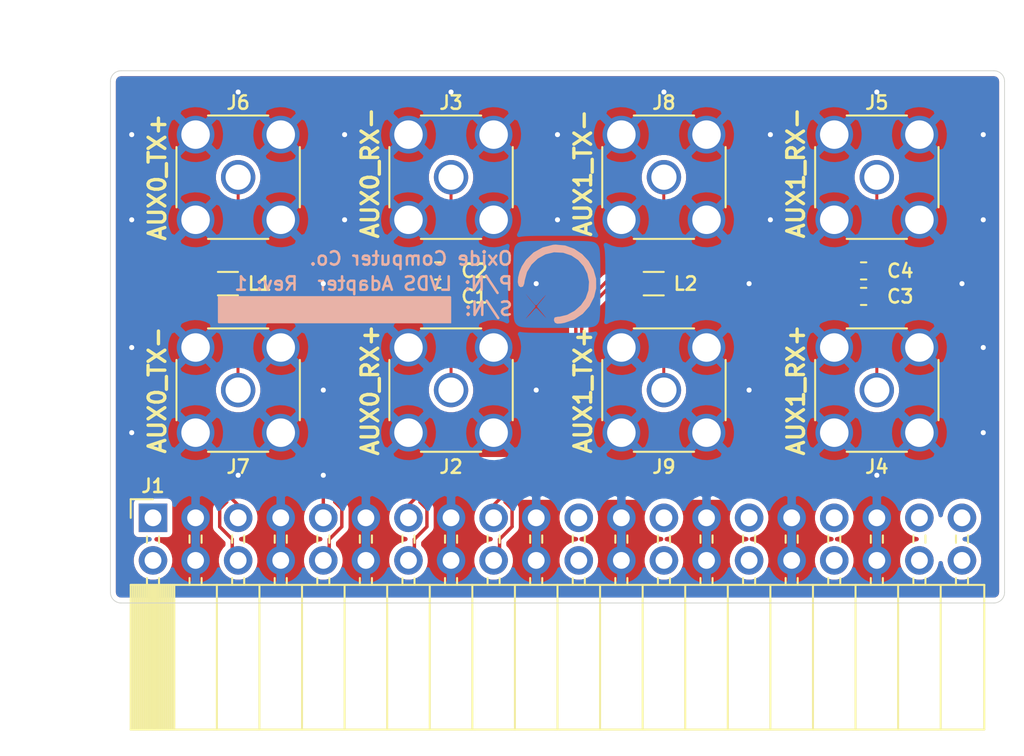
<source format=kicad_pcb>
(kicad_pcb (version 20171130) (host pcbnew "(5.1.10-1-10_14)")
  (title_block (title "LVDS SMA Adapter") (date 2021-07-12) (rev 1) (company "Oxide Computer Co."))
  (layers (0 F.Cu signal) (1 In1.Cu power) (2 In2.Cu power) (31 B.Cu power) (34 B.Paste user) (35 F.Paste user) (36 B.SilkS user) (37 F.SilkS user) (38 B.Mask user) (39 F.Mask user) (44 Edge.Cuts user))
  (net 0 "")
  (net 1 /AUX0_RX_P)
  (net 2 "Net-(C1-Pad1)")
  (net 3 /AUX0_RX_N)
  (net 4 "Net-(C2-Pad1)")
  (net 5 /AUX1_RX_P)
  (net 6 "Net-(C3-Pad1)")
  (net 7 /AUX1_RX_N)
  (net 8 "Net-(C4-Pad1)")
  (net 9 "Net-(J1-Pad40)")
  (net 10 "Net-(J1-Pad39)")
  (net 11 "Net-(J1-Pad38)")
  (net 12 "Net-(J1-Pad37)")
  (net 13 GND)
  (net 14 "Net-(J1-Pad34)")
  (net 15 "Net-(J1-Pad33)")
  (net 16 "Net-(J1-Pad30)")
  (net 17 "Net-(J1-Pad29)")
  (net 18 "Net-(J1-Pad26)")
  (net 19 "Net-(J1-Pad25)")
  (net 20 "Net-(J1-Pad22)")
  (net 21 "Net-(J1-Pad21)")
  (net 22 /AUX1_TX_P)
  (net 23 /AUX1_TX_N)
  (net 24 /AUX0_TX_P)
  (net 25 /AUX0_TX_N)
  (net 26 "Net-(J1-Pad2)")
  (net 27 "Net-(J1-Pad1)")
  (net 28 "Net-(J6-Pad1)")
  (net 29 "Net-(J7-Pad1)")
  (net 30 "Net-(J8-Pad1)")
  (net 31 "Net-(J9-Pad1)")
  (module grumpy:Oxide_Board_Identifier_23x6mm (layer B.Cu) (at 146.05 100.33 180)
    (fp_text reference FID3 hide)
    (fp_text value "LVDS Adapter" (at 6.2 0) (layer B.SilkS) (effects (font (size 0.8 0.8)) (justify left mirror)))
    (fp_poly (pts (xy 20.2 -2.305) (xy 6.4 -2.305) (xy 6.4 -0.805) (xy 20.2 -0.805)) (layer B.SilkS) (width 0.12))
    (fp_poly (pts (xy 0.26235 2.25846) (xy 0.861672 2.106435) (xy 1.39325 1.810614) (xy 1.830187 1.389583) (xy 2.079847 1.002348) (xy 2.212608 0.680538) (xy 2.290443 0.364563) (xy 2.309486 0.094219) (xy 2.265874 -0.090695) (xy 2.191629 -0.149001) (xy 2.10004 -0.126875) (xy 2.042525 0.007935) (xy 2.011131 0.211197) (xy 1.873039 0.718964) (xy 1.596304 1.171625) (xy 1.209265 1.542198) (xy 0.740261 1.8037) (xy 0.21763 1.929151) (xy 0.20571 1.930179) (xy -0.353488 1.901078) (xy -0.852785 1.732163) (xy -1.276572 1.446299) (xy -1.609245 1.066347) (xy -1.835196 0.61517) (xy -1.93882 0.11563) (xy -1.904511 -0.409409) (xy -1.731528 -0.907817) (xy -1.443787 -1.325889) (xy -1.053018 -1.670791) (xy -0.602379 -1.914085) (xy -0.135028 -2.027331) (xy -0.025481 -2.032) (xy 0.130533 -2.067493) (xy 0.154375 -2.17315) (xy 0.110304 -2.283722) (xy 0.008504 -2.329613) (xy -0.189973 -2.318126) (xy -0.410907 -2.279151) (xy -0.978729 -2.086115) (xy -1.467913 -1.756207) (xy -1.858165 -1.311522) (xy -2.129191 -0.774153) (xy -2.248367 -0.278814) (xy -2.243722 0.288071) (xy -2.091749 0.824057) (xy -1.814218 1.307143) (xy -1.432902 1.715328) (xy -0.969569 2.02661) (xy -0.445993 2.218988) (xy 0.116058 2.27046) (xy 0.26235 2.25846)) (layer B.SilkS) (width 0.12))
    (fp_poly (pts (xy 0.704515 2.45469) (xy 1.218284 2.451747) (xy 1.60456 2.444981) (xy 1.884261 2.432873) (xy 2.078307 2.413899) (xy 2.207617 2.38654) (xy 2.29311 2.349273) (xy 2.355705 2.300577) (xy 2.370667 2.286) (xy 2.422552 2.225915) (xy 2.462617 2.14832) (xy 2.492382 2.032294) (xy 2.51337 1.856921) (xy 2.527101 1.601279) (xy 2.535097 1.244451) (xy 2.53888 0.765516) (xy 2.53997 0.143557) (xy 2.54 -0.042333) (xy 2.539357 -0.704515) (xy 2.536413 -1.218284) (xy 2.529648 -1.60456) (xy 2.517539 -1.884261) (xy 2.498566 -2.078307) (xy 2.471206 -2.207617) (xy 2.433939 -2.29311) (xy 2.385244 -2.355705) (xy 2.370667 -2.370667) (xy 2.310581 -2.422552) (xy 2.232986 -2.462617) (xy 2.116961 -2.492382) (xy 1.941587 -2.51337) (xy 1.685945 -2.527101) (xy 1.329117 -2.535097) (xy 0.850183 -2.53888) (xy 0.228224 -2.53997) (xy 0.042333 -2.54) (xy -0.619848 -2.539357) (xy -1.133618 -2.536413) (xy -1.519893 -2.529648) (xy -1.799595 -2.517539) (xy -1.993641 -2.498566) (xy -2.122951 -2.471206) (xy -2.208444 -2.433939) (xy -2.271038 -2.385244) (xy -2.286 -2.370667) (xy -2.337886 -2.310581) (xy -2.37795 -2.232986) (xy -2.407716 -2.116961) (xy -2.428703 -1.941587) (xy -2.442435 -1.685945) (xy -2.450431 -1.329117) (xy -2.454213 -0.850183) (xy -2.455303 -0.228224) (xy -2.455333 -0.042333) (xy -2.455161 0.135609) (xy -2.192676 0.135609) (xy -2.17935 -0.367728) (xy -2.05871 -0.858021) (xy -1.828494 -1.313049) (xy -1.486437 -1.710592) (xy -1.030277 -2.028428) (xy -0.593215 -2.206892) (xy -0.329786 -2.263933) (xy -0.087098 -2.279007) (xy 0.088442 -2.253785) (xy 0.107406 -2.23425) (xy 0.423333 -2.23425) (xy 0.472895 -2.293263) (xy 0.60785 -2.232464) (xy 0.807605 -2.064105) (xy 0.941232 -1.926167) (xy 1.270472 -1.566333) (xy 1.590045 -1.926167) (xy 1.806858 -2.143318) (xy 1.982616 -2.269271) (xy 2.092403 -2.289451) (xy 2.116667 -2.23425) (xy 2.06634 -2.147365) (xy 1.935048 -1.971855) (xy 1.770116 -1.768583) (xy 1.423565 -1.354667) (xy 1.772554 -0.937837) (xy 1.96367 -0.685071) (xy 2.043768 -0.519579) (xy 2.028805 -0.463692) (xy 1.925292 -0.429149) (xy 1.908551 -0.436022) (xy 1.843517 -0.512409) (xy 1.705078 -0.677845) (xy 1.582158 -0.825562) (xy 1.283281 -1.185458) (xy 0.947994 -0.793206) (xy 0.742611 -0.57978) (xy 0.584158 -0.467212) (xy 0.515582 -0.460981) (xy 0.507116 -0.559812) (xy 0.629644 -0.763656) (xy 0.767445 -0.937837) (xy 1.116435 -1.354667) (xy 0.769884 -1.768583) (xy 0.590583 -1.990253) (xy 0.465372 -2.15941) (xy 0.423333 -2.23425) (xy 0.107406 -2.23425) (xy 0.150426 -2.189938) (xy 0.148179 -2.180205) (xy 0.050205 -2.106562) (xy -0.157891 -2.040652) (xy -0.281971 -2.017925) (xy -0.806891 -1.866417) (xy -1.244611 -1.591257) (xy -1.586605 -1.218739) (xy -1.824348 -0.775157) (xy -1.949313 -0.286806) (xy -1.952977 0.22002) (xy -1.826812 0.719026) (xy -1.562295 1.183918) (xy -1.385455 1.385455) (xy -0.934772 1.724574) (xy -0.425358 1.920044) (xy 0.111358 1.971545) (xy 0.643942 1.87876) (xy 1.140963 1.641372) (xy 1.42539 1.413876) (xy 1.756545 1.021913) (xy 1.951767 0.591173) (xy 2.019743 0.269259) (xy 2.078874 0.017716) (xy 2.15599 -0.126666) (xy 2.229526 -0.14928) (xy 2.277916 -0.035525) (xy 2.286 0.088955) (xy 2.228139 0.561312) (xy 2.043387 0.993732) (xy 1.714987 1.422014) (xy 1.611977 1.529126) (xy 1.18701 1.890004) (xy 0.756202 2.104977) (xy 0.271262 2.192068) (xy -0.145819 2.185164) (xy -0.728837 2.070208) (xy -1.218122 1.834969) (xy -1.611413 1.501669) (xy -1.906444 1.092528) (xy -2.100953 0.629768) (xy -2.192676 0.135609) (xy -2.455161 0.135609) (xy -2.45469 0.619848) (xy -2.451747 1.133618) (xy -2.444981 1.519893) (xy -2.432873 1.799595) (xy -2.413899 1.993641) (xy -2.38654 2.122951) (xy -2.349273 2.208444) (xy -2.300577 2.271038) (xy -2.286 2.286) (xy -2.225915 2.337886) (xy -2.14832 2.37795) (xy -2.032294 2.407716) (xy -1.856921 2.428703) (xy -1.601279 2.442435) (xy -1.244451 2.450431) (xy -0.765516 2.454213) (xy -0.143557 2.455303) (xy 0.042333 2.455333) (xy 0.704515 2.45469)) (layer B.Cu) (width 0.2))
    (fp_text user 1 (at 18.4 0) (layer B.SilkS) (effects (font (size 0.8 0.8)) (justify left mirror)))
    (fp_text user Rev: (at 15.4 0) (layer B.SilkS) (effects (font (size 0.8 0.8)) (justify left mirror)))
    (fp_text user "Oxide Computer Co." (at 2.6 1.5) (layer B.SilkS) (effects (font (size 0.8 0.8)) (justify left mirror)))
    (fp_text user S/N: (at 2.6 -1.5) (layer B.SilkS) (effects (font (size 0.8 0.8)) (justify left mirror)))
    (fp_text user P/N: (at 2.6 0) (layer B.SilkS) (effects (font (size 0.8 0.8)) (justify left mirror)))
  )
  (module Fiducial:Fiducial_1mm_Mask2mm (layer F.Cu) (at 170.815 89.535)
    (fp_text reference FID2 hide)
    (fp_text value Fiducial)
    (pad "" smd circle (at 0 0) (size 1 1) (layers F.Cu F.Mask) (clearance 0.5))
  )
  (module Fiducial:Fiducial_1mm_Mask2mm (layer F.Cu) (at 121.92 99.06)
    (fp_text reference FID1 hide)
    (fp_text value Fiducial)
    (pad "" smd circle (at 0 0) (size 1 1) (layers F.Cu F.Mask) (clearance 0.5))
  )
  (module passives:L_Choke_MCZ1210AH (layer F.Cu) (at 151.7904 100.33 270)
    (fp_text reference L2 (at 0 -1.9 180) (layer F.SilkS) (effects (font (size 0.8 0.8))))
    (fp_text value MCZ1210AH900L2TA0G)
    (fp_line (start -0.7 -0.6) (end -0.7 0.6) (layer F.SilkS) (width 0.12))
    (fp_line (start 0.7 -0.6) (end 0.7 0.6) (layer F.SilkS) (width 0.12))
    (pad 4 smd roundrect (at -0.275 -0.6 270) (size 0.3 0.5) (layers F.Cu F.Paste F.Mask) (net 30 "Net-(J8-Pad1)"))
    (pad 3 smd roundrect (at 0.275 -0.6 270) (size 0.3 0.5) (layers F.Cu F.Paste F.Mask) (net 31 "Net-(J9-Pad1)"))
    (pad 2 smd roundrect (at 0.275 0.6 270) (size 0.3 0.5) (layers F.Cu F.Paste F.Mask) (net 22 /AUX1_TX_P))
    (pad 1 smd roundrect (at -0.275 0.6 270) (size 0.3 0.5) (layers F.Cu F.Paste F.Mask) (net 23 /AUX1_TX_N))
  )
  (module passives:L_Choke_MCZ1210AH (layer F.Cu) (at 126.3904 100.33 270)
    (fp_text reference L1 (at 0 -1.9 180) (layer F.SilkS) (effects (font (size 0.8 0.8))))
    (fp_text value MCZ1210AH900L2TA0G)
    (fp_line (start -0.7 -0.6) (end -0.7 0.6) (layer F.SilkS) (width 0.12))
    (fp_line (start 0.7 -0.6) (end 0.7 0.6) (layer F.SilkS) (width 0.12))
    (pad 4 smd roundrect (at -0.275 -0.6 270) (size 0.3 0.5) (layers F.Cu F.Paste F.Mask) (net 28 "Net-(J6-Pad1)"))
    (pad 3 smd roundrect (at 0.275 -0.6 270) (size 0.3 0.5) (layers F.Cu F.Paste F.Mask) (net 29 "Net-(J7-Pad1)"))
    (pad 2 smd roundrect (at 0.275 0.6 270) (size 0.3 0.5) (layers F.Cu F.Paste F.Mask) (net 25 /AUX0_TX_N))
    (pad 1 smd roundrect (at -0.275 0.6 270) (size 0.3 0.5) (layers F.Cu F.Paste F.Mask) (net 24 /AUX0_TX_P))
  )
  (module Connector_Coaxial:SMA_Amphenol_132134-16_Vertical (layer F.Cu) (at 152.4 106.68 180)
    (fp_text reference J9 (at 0 -4.572) (layer F.SilkS) (effects (font (size 0.8 0.8))))
    (fp_text value Conn_Coaxial)
    (fp_line (start -1.8 -3.68) (end 1.8 -3.68) (layer F.SilkS) (width 0.12))
    (fp_line (start -1.8 3.68) (end 1.8 3.68) (layer F.SilkS) (width 0.12))
    (fp_line (start 3.68 -1.8) (end 3.68 1.8) (layer F.SilkS) (width 0.12))
    (fp_line (start -3.68 -1.8) (end -3.68 1.8) (layer F.SilkS) (width 0.12))
    (pad 2 thru_hole circle (at -2.54 2.54 180) (size 2.25 2.25) (drill 1.7) (layers *.Cu *.Mask) (net 13 GND))
    (pad 2 thru_hole circle (at -2.54 -2.54 180) (size 2.25 2.25) (drill 1.7) (layers *.Cu *.Mask) (net 13 GND))
    (pad 2 thru_hole circle (at 2.54 -2.54 180) (size 2.25 2.25) (drill 1.7) (layers *.Cu *.Mask) (net 13 GND))
    (pad 2 thru_hole circle (at 2.54 2.54 180) (size 2.25 2.25) (drill 1.7) (layers *.Cu *.Mask) (net 13 GND))
    (pad 1 thru_hole circle (at 0 0 180) (size 2.05 2.05) (drill 1.5) (layers *.Cu *.Mask) (net 31 "Net-(J9-Pad1)"))
  )
  (module Connector_Coaxial:SMA_Amphenol_132134-16_Vertical (layer F.Cu) (at 152.4 93.98 180)
    (fp_text reference J8 (at 0 4.445) (layer F.SilkS) (effects (font (size 0.8 0.8))))
    (fp_text value Conn_Coaxial)
    (fp_line (start -1.8 -3.68) (end 1.8 -3.68) (layer F.SilkS) (width 0.12))
    (fp_line (start -1.8 3.68) (end 1.8 3.68) (layer F.SilkS) (width 0.12))
    (fp_line (start 3.68 -1.8) (end 3.68 1.8) (layer F.SilkS) (width 0.12))
    (fp_line (start -3.68 -1.8) (end -3.68 1.8) (layer F.SilkS) (width 0.12))
    (pad 2 thru_hole circle (at -2.54 2.54 180) (size 2.25 2.25) (drill 1.7) (layers *.Cu *.Mask) (net 13 GND))
    (pad 2 thru_hole circle (at -2.54 -2.54 180) (size 2.25 2.25) (drill 1.7) (layers *.Cu *.Mask) (net 13 GND))
    (pad 2 thru_hole circle (at 2.54 -2.54 180) (size 2.25 2.25) (drill 1.7) (layers *.Cu *.Mask) (net 13 GND))
    (pad 2 thru_hole circle (at 2.54 2.54 180) (size 2.25 2.25) (drill 1.7) (layers *.Cu *.Mask) (net 13 GND))
    (pad 1 thru_hole circle (at 0 0 180) (size 2.05 2.05) (drill 1.5) (layers *.Cu *.Mask) (net 30 "Net-(J8-Pad1)"))
  )
  (module Connector_Coaxial:SMA_Amphenol_132134-16_Vertical (layer F.Cu) (at 127 106.68 180)
    (fp_text reference J7 (at 0 -4.572) (layer F.SilkS) (effects (font (size 0.8 0.8))))
    (fp_text value Conn_Coaxial)
    (fp_line (start -1.8 -3.68) (end 1.8 -3.68) (layer F.SilkS) (width 0.12))
    (fp_line (start -1.8 3.68) (end 1.8 3.68) (layer F.SilkS) (width 0.12))
    (fp_line (start 3.68 -1.8) (end 3.68 1.8) (layer F.SilkS) (width 0.12))
    (fp_line (start -3.68 -1.8) (end -3.68 1.8) (layer F.SilkS) (width 0.12))
    (pad 2 thru_hole circle (at -2.54 2.54 180) (size 2.25 2.25) (drill 1.7) (layers *.Cu *.Mask) (net 13 GND))
    (pad 2 thru_hole circle (at -2.54 -2.54 180) (size 2.25 2.25) (drill 1.7) (layers *.Cu *.Mask) (net 13 GND))
    (pad 2 thru_hole circle (at 2.54 -2.54 180) (size 2.25 2.25) (drill 1.7) (layers *.Cu *.Mask) (net 13 GND))
    (pad 2 thru_hole circle (at 2.54 2.54 180) (size 2.25 2.25) (drill 1.7) (layers *.Cu *.Mask) (net 13 GND))
    (pad 1 thru_hole circle (at 0 0 180) (size 2.05 2.05) (drill 1.5) (layers *.Cu *.Mask) (net 29 "Net-(J7-Pad1)"))
  )
  (module Connector_Coaxial:SMA_Amphenol_132134-16_Vertical (layer F.Cu) (at 127 93.98 180)
    (fp_text reference J6 (at 0 4.445) (layer F.SilkS) (effects (font (size 0.8 0.8))))
    (fp_text value Conn_Coaxial)
    (fp_line (start -1.8 -3.68) (end 1.8 -3.68) (layer F.SilkS) (width 0.12))
    (fp_line (start -1.8 3.68) (end 1.8 3.68) (layer F.SilkS) (width 0.12))
    (fp_line (start 3.68 -1.8) (end 3.68 1.8) (layer F.SilkS) (width 0.12))
    (fp_line (start -3.68 -1.8) (end -3.68 1.8) (layer F.SilkS) (width 0.12))
    (pad 2 thru_hole circle (at -2.54 2.54 180) (size 2.25 2.25) (drill 1.7) (layers *.Cu *.Mask) (net 13 GND))
    (pad 2 thru_hole circle (at -2.54 -2.54 180) (size 2.25 2.25) (drill 1.7) (layers *.Cu *.Mask) (net 13 GND))
    (pad 2 thru_hole circle (at 2.54 -2.54 180) (size 2.25 2.25) (drill 1.7) (layers *.Cu *.Mask) (net 13 GND))
    (pad 2 thru_hole circle (at 2.54 2.54 180) (size 2.25 2.25) (drill 1.7) (layers *.Cu *.Mask) (net 13 GND))
    (pad 1 thru_hole circle (at 0 0 180) (size 2.05 2.05) (drill 1.5) (layers *.Cu *.Mask) (net 28 "Net-(J6-Pad1)"))
  )
  (module Connector_Coaxial:SMA_Amphenol_132134-16_Vertical (layer F.Cu) (at 165.1 93.98)
    (fp_text reference J5 (at 0 -4.445) (layer F.SilkS) (effects (font (size 0.8 0.8))))
    (fp_text value Conn_Coaxial)
    (fp_line (start -1.8 -3.68) (end 1.8 -3.68) (layer F.SilkS) (width 0.12))
    (fp_line (start -1.8 3.68) (end 1.8 3.68) (layer F.SilkS) (width 0.12))
    (fp_line (start 3.68 -1.8) (end 3.68 1.8) (layer F.SilkS) (width 0.12))
    (fp_line (start -3.68 -1.8) (end -3.68 1.8) (layer F.SilkS) (width 0.12))
    (pad 2 thru_hole circle (at -2.54 2.54) (size 2.25 2.25) (drill 1.7) (layers *.Cu *.Mask) (net 13 GND))
    (pad 2 thru_hole circle (at -2.54 -2.54) (size 2.25 2.25) (drill 1.7) (layers *.Cu *.Mask) (net 13 GND))
    (pad 2 thru_hole circle (at 2.54 -2.54) (size 2.25 2.25) (drill 1.7) (layers *.Cu *.Mask) (net 13 GND))
    (pad 2 thru_hole circle (at 2.54 2.54) (size 2.25 2.25) (drill 1.7) (layers *.Cu *.Mask) (net 13 GND))
    (pad 1 thru_hole circle (at 0 0) (size 2.05 2.05) (drill 1.5) (layers *.Cu *.Mask) (net 8 "Net-(C4-Pad1)"))
  )
  (module Connector_Coaxial:SMA_Amphenol_132134-16_Vertical (layer F.Cu) (at 165.1 106.68)
    (fp_text reference J4 (at 0 4.572) (layer F.SilkS) (effects (font (size 0.8 0.8))))
    (fp_text value Conn_Coaxial)
    (fp_line (start -1.8 -3.68) (end 1.8 -3.68) (layer F.SilkS) (width 0.12))
    (fp_line (start -1.8 3.68) (end 1.8 3.68) (layer F.SilkS) (width 0.12))
    (fp_line (start 3.68 -1.8) (end 3.68 1.8) (layer F.SilkS) (width 0.12))
    (fp_line (start -3.68 -1.8) (end -3.68 1.8) (layer F.SilkS) (width 0.12))
    (pad 2 thru_hole circle (at -2.54 2.54) (size 2.25 2.25) (drill 1.7) (layers *.Cu *.Mask) (net 13 GND))
    (pad 2 thru_hole circle (at -2.54 -2.54) (size 2.25 2.25) (drill 1.7) (layers *.Cu *.Mask) (net 13 GND))
    (pad 2 thru_hole circle (at 2.54 -2.54) (size 2.25 2.25) (drill 1.7) (layers *.Cu *.Mask) (net 13 GND))
    (pad 2 thru_hole circle (at 2.54 2.54) (size 2.25 2.25) (drill 1.7) (layers *.Cu *.Mask) (net 13 GND))
    (pad 1 thru_hole circle (at 0 0) (size 2.05 2.05) (drill 1.5) (layers *.Cu *.Mask) (net 6 "Net-(C3-Pad1)"))
  )
  (module Connector_Coaxial:SMA_Amphenol_132134-16_Vertical (layer F.Cu) (at 139.7 93.98 180)
    (fp_text reference J3 (at 0 4.445) (layer F.SilkS) (effects (font (size 0.8 0.8))))
    (fp_text value Conn_Coaxial)
    (fp_line (start -1.8 -3.68) (end 1.8 -3.68) (layer F.SilkS) (width 0.12))
    (fp_line (start -1.8 3.68) (end 1.8 3.68) (layer F.SilkS) (width 0.12))
    (fp_line (start 3.68 -1.8) (end 3.68 1.8) (layer F.SilkS) (width 0.12))
    (fp_line (start -3.68 -1.8) (end -3.68 1.8) (layer F.SilkS) (width 0.12))
    (pad 2 thru_hole circle (at -2.54 2.54 180) (size 2.25 2.25) (drill 1.7) (layers *.Cu *.Mask) (net 13 GND))
    (pad 2 thru_hole circle (at -2.54 -2.54 180) (size 2.25 2.25) (drill 1.7) (layers *.Cu *.Mask) (net 13 GND))
    (pad 2 thru_hole circle (at 2.54 -2.54 180) (size 2.25 2.25) (drill 1.7) (layers *.Cu *.Mask) (net 13 GND))
    (pad 2 thru_hole circle (at 2.54 2.54 180) (size 2.25 2.25) (drill 1.7) (layers *.Cu *.Mask) (net 13 GND))
    (pad 1 thru_hole circle (at 0 0 180) (size 2.05 2.05) (drill 1.5) (layers *.Cu *.Mask) (net 4 "Net-(C2-Pad1)"))
  )
  (module Connector_Coaxial:SMA_Amphenol_132134-16_Vertical (layer F.Cu) (at 139.7 106.68 180)
    (fp_text reference J2 (at 0 -4.572) (layer F.SilkS) (effects (font (size 0.8 0.8))))
    (fp_text value Conn_Coaxial)
    (fp_line (start -1.8 -3.68) (end 1.8 -3.68) (layer F.SilkS) (width 0.12))
    (fp_line (start -1.8 3.68) (end 1.8 3.68) (layer F.SilkS) (width 0.12))
    (fp_line (start 3.68 -1.8) (end 3.68 1.8) (layer F.SilkS) (width 0.12))
    (fp_line (start -3.68 -1.8) (end -3.68 1.8) (layer F.SilkS) (width 0.12))
    (pad 2 thru_hole circle (at -2.54 2.54 180) (size 2.25 2.25) (drill 1.7) (layers *.Cu *.Mask) (net 13 GND))
    (pad 2 thru_hole circle (at -2.54 -2.54 180) (size 2.25 2.25) (drill 1.7) (layers *.Cu *.Mask) (net 13 GND))
    (pad 2 thru_hole circle (at 2.54 -2.54 180) (size 2.25 2.25) (drill 1.7) (layers *.Cu *.Mask) (net 13 GND))
    (pad 2 thru_hole circle (at 2.54 2.54 180) (size 2.25 2.25) (drill 1.7) (layers *.Cu *.Mask) (net 13 GND))
    (pad 1 thru_hole circle (at 0 0 180) (size 2.05 2.05) (drill 1.5) (layers *.Cu *.Mask) (net 2 "Net-(C1-Pad1)"))
  )
  (module Connector_PinSocket_2.54mm:PinSocket_2x20_P2.54mm_Horizontal (layer F.Cu) (at 121.92 114.3 90)
    (fp_text reference J1 (at 1.905 0 180) (layer F.SilkS) (effects (font (size 0.8 0.8))))
    (fp_text value Conn_02x20_Odd_Even)
    (fp_line (start 0 -1.33) (end 1.11 -1.33) (layer F.SilkS) (width 0.12))
    (fp_line (start 1.11 -1.33) (end 1.11 0) (layer F.SilkS) (width 0.12))
    (fp_line (start -12.63 -1.33) (end -12.63 49.59) (layer F.SilkS) (width 0.12))
    (fp_line (start -12.63 49.59) (end -4 49.59) (layer F.SilkS) (width 0.12))
    (fp_line (start -4 -1.33) (end -4 49.59) (layer F.SilkS) (width 0.12))
    (fp_line (start -12.63 -1.33) (end -4 -1.33) (layer F.SilkS) (width 0.12))
    (fp_line (start -12.63 46.99) (end -4 46.99) (layer F.SilkS) (width 0.12))
    (fp_line (start -12.63 44.45) (end -4 44.45) (layer F.SilkS) (width 0.12))
    (fp_line (start -12.63 41.91) (end -4 41.91) (layer F.SilkS) (width 0.12))
    (fp_line (start -12.63 39.37) (end -4 39.37) (layer F.SilkS) (width 0.12))
    (fp_line (start -12.63 36.83) (end -4 36.83) (layer F.SilkS) (width 0.12))
    (fp_line (start -12.63 34.29) (end -4 34.29) (layer F.SilkS) (width 0.12))
    (fp_line (start -12.63 31.75) (end -4 31.75) (layer F.SilkS) (width 0.12))
    (fp_line (start -12.63 29.21) (end -4 29.21) (layer F.SilkS) (width 0.12))
    (fp_line (start -12.63 26.67) (end -4 26.67) (layer F.SilkS) (width 0.12))
    (fp_line (start -12.63 24.13) (end -4 24.13) (layer F.SilkS) (width 0.12))
    (fp_line (start -12.63 21.59) (end -4 21.59) (layer F.SilkS) (width 0.12))
    (fp_line (start -12.63 19.05) (end -4 19.05) (layer F.SilkS) (width 0.12))
    (fp_line (start -12.63 16.51) (end -4 16.51) (layer F.SilkS) (width 0.12))
    (fp_line (start -12.63 13.97) (end -4 13.97) (layer F.SilkS) (width 0.12))
    (fp_line (start -12.63 11.43) (end -4 11.43) (layer F.SilkS) (width 0.12))
    (fp_line (start -12.63 8.89) (end -4 8.89) (layer F.SilkS) (width 0.12))
    (fp_line (start -12.63 6.35) (end -4 6.35) (layer F.SilkS) (width 0.12))
    (fp_line (start -12.63 3.81) (end -4 3.81) (layer F.SilkS) (width 0.12))
    (fp_line (start -12.63 1.27) (end -4 1.27) (layer F.SilkS) (width 0.12))
    (fp_line (start -1.49 48.62) (end -1.05 48.62) (layer F.SilkS) (width 0.12))
    (fp_line (start -4 48.62) (end -3.59 48.62) (layer F.SilkS) (width 0.12))
    (fp_line (start -1.49 47.9) (end -1.05 47.9) (layer F.SilkS) (width 0.12))
    (fp_line (start -4 47.9) (end -3.59 47.9) (layer F.SilkS) (width 0.12))
    (fp_line (start -1.49 46.08) (end -1.05 46.08) (layer F.SilkS) (width 0.12))
    (fp_line (start -4 46.08) (end -3.59 46.08) (layer F.SilkS) (width 0.12))
    (fp_line (start -1.49 45.36) (end -1.05 45.36) (layer F.SilkS) (width 0.12))
    (fp_line (start -4 45.36) (end -3.59 45.36) (layer F.SilkS) (width 0.12))
    (fp_line (start -1.49 43.54) (end -1.05 43.54) (layer F.SilkS) (width 0.12))
    (fp_line (start -4 43.54) (end -3.59 43.54) (layer F.SilkS) (width 0.12))
    (fp_line (start -1.49 42.82) (end -1.05 42.82) (layer F.SilkS) (width 0.12))
    (fp_line (start -4 42.82) (end -3.59 42.82) (layer F.SilkS) (width 0.12))
    (fp_line (start -1.49 41) (end -1.05 41) (layer F.SilkS) (width 0.12))
    (fp_line (start -4 41) (end -3.59 41) (layer F.SilkS) (width 0.12))
    (fp_line (start -1.49 40.28) (end -1.05 40.28) (layer F.SilkS) (width 0.12))
    (fp_line (start -4 40.28) (end -3.59 40.28) (layer F.SilkS) (width 0.12))
    (fp_line (start -1.49 38.46) (end -1.05 38.46) (layer F.SilkS) (width 0.12))
    (fp_line (start -4 38.46) (end -3.59 38.46) (layer F.SilkS) (width 0.12))
    (fp_line (start -1.49 37.74) (end -1.05 37.74) (layer F.SilkS) (width 0.12))
    (fp_line (start -4 37.74) (end -3.59 37.74) (layer F.SilkS) (width 0.12))
    (fp_line (start -1.49 35.92) (end -1.05 35.92) (layer F.SilkS) (width 0.12))
    (fp_line (start -4 35.92) (end -3.59 35.92) (layer F.SilkS) (width 0.12))
    (fp_line (start -1.49 35.2) (end -1.05 35.2) (layer F.SilkS) (width 0.12))
    (fp_line (start -4 35.2) (end -3.59 35.2) (layer F.SilkS) (width 0.12))
    (fp_line (start -1.49 33.38) (end -1.05 33.38) (layer F.SilkS) (width 0.12))
    (fp_line (start -4 33.38) (end -3.59 33.38) (layer F.SilkS) (width 0.12))
    (fp_line (start -1.49 32.66) (end -1.05 32.66) (layer F.SilkS) (width 0.12))
    (fp_line (start -4 32.66) (end -3.59 32.66) (layer F.SilkS) (width 0.12))
    (fp_line (start -1.49 30.84) (end -1.05 30.84) (layer F.SilkS) (width 0.12))
    (fp_line (start -4 30.84) (end -3.59 30.84) (layer F.SilkS) (width 0.12))
    (fp_line (start -1.49 30.12) (end -1.05 30.12) (layer F.SilkS) (width 0.12))
    (fp_line (start -4 30.12) (end -3.59 30.12) (layer F.SilkS) (width 0.12))
    (fp_line (start -1.49 28.3) (end -1.05 28.3) (layer F.SilkS) (width 0.12))
    (fp_line (start -4 28.3) (end -3.59 28.3) (layer F.SilkS) (width 0.12))
    (fp_line (start -1.49 27.58) (end -1.05 27.58) (layer F.SilkS) (width 0.12))
    (fp_line (start -4 27.58) (end -3.59 27.58) (layer F.SilkS) (width 0.12))
    (fp_line (start -1.49 25.76) (end -1.05 25.76) (layer F.SilkS) (width 0.12))
    (fp_line (start -4 25.76) (end -3.59 25.76) (layer F.SilkS) (width 0.12))
    (fp_line (start -1.49 25.04) (end -1.05 25.04) (layer F.SilkS) (width 0.12))
    (fp_line (start -4 25.04) (end -3.59 25.04) (layer F.SilkS) (width 0.12))
    (fp_line (start -1.49 23.22) (end -1.05 23.22) (layer F.SilkS) (width 0.12))
    (fp_line (start -4 23.22) (end -3.59 23.22) (layer F.SilkS) (width 0.12))
    (fp_line (start -1.49 22.5) (end -1.05 22.5) (layer F.SilkS) (width 0.12))
    (fp_line (start -4 22.5) (end -3.59 22.5) (layer F.SilkS) (width 0.12))
    (fp_line (start -1.49 20.68) (end -1.05 20.68) (layer F.SilkS) (width 0.12))
    (fp_line (start -4 20.68) (end -3.59 20.68) (layer F.SilkS) (width 0.12))
    (fp_line (start -1.49 19.96) (end -1.05 19.96) (layer F.SilkS) (width 0.12))
    (fp_line (start -4 19.96) (end -3.59 19.96) (layer F.SilkS) (width 0.12))
    (fp_line (start -1.49 18.14) (end -1.05 18.14) (layer F.SilkS) (width 0.12))
    (fp_line (start -4 18.14) (end -3.59 18.14) (layer F.SilkS) (width 0.12))
    (fp_line (start -1.49 17.42) (end -1.05 17.42) (layer F.SilkS) (width 0.12))
    (fp_line (start -4 17.42) (end -3.59 17.42) (layer F.SilkS) (width 0.12))
    (fp_line (start -1.49 15.6) (end -1.05 15.6) (layer F.SilkS) (width 0.12))
    (fp_line (start -4 15.6) (end -3.59 15.6) (layer F.SilkS) (width 0.12))
    (fp_line (start -1.49 14.88) (end -1.05 14.88) (layer F.SilkS) (width 0.12))
    (fp_line (start -4 14.88) (end -3.59 14.88) (layer F.SilkS) (width 0.12))
    (fp_line (start -1.49 13.06) (end -1.05 13.06) (layer F.SilkS) (width 0.12))
    (fp_line (start -4 13.06) (end -3.59 13.06) (layer F.SilkS) (width 0.12))
    (fp_line (start -1.49 12.34) (end -1.05 12.34) (layer F.SilkS) (width 0.12))
    (fp_line (start -4 12.34) (end -3.59 12.34) (layer F.SilkS) (width 0.12))
    (fp_line (start -1.49 10.52) (end -1.05 10.52) (layer F.SilkS) (width 0.12))
    (fp_line (start -4 10.52) (end -3.59 10.52) (layer F.SilkS) (width 0.12))
    (fp_line (start -1.49 9.8) (end -1.05 9.8) (layer F.SilkS) (width 0.12))
    (fp_line (start -4 9.8) (end -3.59 9.8) (layer F.SilkS) (width 0.12))
    (fp_line (start -1.49 7.98) (end -1.05 7.98) (layer F.SilkS) (width 0.12))
    (fp_line (start -4 7.98) (end -3.59 7.98) (layer F.SilkS) (width 0.12))
    (fp_line (start -1.49 7.26) (end -1.05 7.26) (layer F.SilkS) (width 0.12))
    (fp_line (start -4 7.26) (end -3.59 7.26) (layer F.SilkS) (width 0.12))
    (fp_line (start -1.49 5.44) (end -1.05 5.44) (layer F.SilkS) (width 0.12))
    (fp_line (start -4 5.44) (end -3.59 5.44) (layer F.SilkS) (width 0.12))
    (fp_line (start -1.49 4.72) (end -1.05 4.72) (layer F.SilkS) (width 0.12))
    (fp_line (start -4 4.72) (end -3.59 4.72) (layer F.SilkS) (width 0.12))
    (fp_line (start -1.49 2.9) (end -1.05 2.9) (layer F.SilkS) (width 0.12))
    (fp_line (start -4 2.9) (end -3.59 2.9) (layer F.SilkS) (width 0.12))
    (fp_line (start -1.49 2.18) (end -1.05 2.18) (layer F.SilkS) (width 0.12))
    (fp_line (start -4 2.18) (end -3.59 2.18) (layer F.SilkS) (width 0.12))
    (fp_line (start -1.49 0.36) (end -1.11 0.36) (layer F.SilkS) (width 0.12))
    (fp_line (start -4 0.36) (end -3.59 0.36) (layer F.SilkS) (width 0.12))
    (fp_line (start -1.49 -0.36) (end -1.11 -0.36) (layer F.SilkS) (width 0.12))
    (fp_line (start -4 -0.36) (end -3.59 -0.36) (layer F.SilkS) (width 0.12))
    (fp_line (start -12.63 1.1519) (end -4 1.1519) (layer F.SilkS) (width 0.12))
    (fp_line (start -12.63 1.033805) (end -4 1.033805) (layer F.SilkS) (width 0.12))
    (fp_line (start -12.63 0.91571) (end -4 0.91571) (layer F.SilkS) (width 0.12))
    (fp_line (start -12.63 0.797615) (end -4 0.797615) (layer F.SilkS) (width 0.12))
    (fp_line (start -12.63 0.67952) (end -4 0.67952) (layer F.SilkS) (width 0.12))
    (fp_line (start -12.63 0.561425) (end -4 0.561425) (layer F.SilkS) (width 0.12))
    (fp_line (start -12.63 0.44333) (end -4 0.44333) (layer F.SilkS) (width 0.12))
    (fp_line (start -12.63 0.325235) (end -4 0.325235) (layer F.SilkS) (width 0.12))
    (fp_line (start -12.63 0.20714) (end -4 0.20714) (layer F.SilkS) (width 0.12))
    (fp_line (start -12.63 0.089045) (end -4 0.089045) (layer F.SilkS) (width 0.12))
    (fp_line (start -12.63 -0.02905) (end -4 -0.02905) (layer F.SilkS) (width 0.12))
    (fp_line (start -12.63 -0.147145) (end -4 -0.147145) (layer F.SilkS) (width 0.12))
    (fp_line (start -12.63 -0.26524) (end -4 -0.26524) (layer F.SilkS) (width 0.12))
    (fp_line (start -12.63 -0.383335) (end -4 -0.383335) (layer F.SilkS) (width 0.12))
    (fp_line (start -12.63 -0.50143) (end -4 -0.50143) (layer F.SilkS) (width 0.12))
    (fp_line (start -12.63 -0.619525) (end -4 -0.619525) (layer F.SilkS) (width 0.12))
    (fp_line (start -12.63 -0.73762) (end -4 -0.73762) (layer F.SilkS) (width 0.12))
    (fp_line (start -12.63 -0.855715) (end -4 -0.855715) (layer F.SilkS) (width 0.12))
    (fp_line (start -12.63 -0.97381) (end -4 -0.97381) (layer F.SilkS) (width 0.12))
    (fp_line (start -12.63 -1.091905) (end -4 -1.091905) (layer F.SilkS) (width 0.12))
    (fp_line (start -12.63 -1.21) (end -4 -1.21) (layer F.SilkS) (width 0.12))
    (pad 40 thru_hole oval (at -2.54 48.26 90) (size 1.7 1.7) (drill 1) (layers *.Cu *.Mask) (net 9 "Net-(J1-Pad40)"))
    (pad 39 thru_hole oval (at 0 48.26 90) (size 1.7 1.7) (drill 1) (layers *.Cu *.Mask) (net 10 "Net-(J1-Pad39)"))
    (pad 38 thru_hole oval (at -2.54 45.72 90) (size 1.7 1.7) (drill 1) (layers *.Cu *.Mask) (net 11 "Net-(J1-Pad38)"))
    (pad 37 thru_hole oval (at 0 45.72 90) (size 1.7 1.7) (drill 1) (layers *.Cu *.Mask) (net 12 "Net-(J1-Pad37)"))
    (pad 36 thru_hole oval (at -2.54 43.18 90) (size 1.7 1.7) (drill 1) (layers *.Cu *.Mask) (net 13 GND))
    (pad 35 thru_hole oval (at 0 43.18 90) (size 1.7 1.7) (drill 1) (layers *.Cu *.Mask) (net 13 GND))
    (pad 34 thru_hole oval (at -2.54 40.64 90) (size 1.7 1.7) (drill 1) (layers *.Cu *.Mask) (net 14 "Net-(J1-Pad34)"))
    (pad 33 thru_hole oval (at 0 40.64 90) (size 1.7 1.7) (drill 1) (layers *.Cu *.Mask) (net 15 "Net-(J1-Pad33)"))
    (pad 32 thru_hole oval (at -2.54 38.1 90) (size 1.7 1.7) (drill 1) (layers *.Cu *.Mask) (net 13 GND))
    (pad 31 thru_hole oval (at 0 38.1 90) (size 1.7 1.7) (drill 1) (layers *.Cu *.Mask) (net 13 GND))
    (pad 30 thru_hole oval (at -2.54 35.56 90) (size 1.7 1.7) (drill 1) (layers *.Cu *.Mask) (net 16 "Net-(J1-Pad30)"))
    (pad 29 thru_hole oval (at 0 35.56 90) (size 1.7 1.7) (drill 1) (layers *.Cu *.Mask) (net 17 "Net-(J1-Pad29)"))
    (pad 28 thru_hole oval (at -2.54 33.02 90) (size 1.7 1.7) (drill 1) (layers *.Cu *.Mask) (net 13 GND))
    (pad 27 thru_hole oval (at 0 33.02 90) (size 1.7 1.7) (drill 1) (layers *.Cu *.Mask) (net 13 GND))
    (pad 26 thru_hole oval (at -2.54 30.48 90) (size 1.7 1.7) (drill 1) (layers *.Cu *.Mask) (net 18 "Net-(J1-Pad26)"))
    (pad 25 thru_hole oval (at 0 30.48 90) (size 1.7 1.7) (drill 1) (layers *.Cu *.Mask) (net 19 "Net-(J1-Pad25)"))
    (pad 24 thru_hole oval (at -2.54 27.94 90) (size 1.7 1.7) (drill 1) (layers *.Cu *.Mask) (net 13 GND))
    (pad 23 thru_hole oval (at 0 27.94 90) (size 1.7 1.7) (drill 1) (layers *.Cu *.Mask) (net 13 GND))
    (pad 22 thru_hole oval (at -2.54 25.4 90) (size 1.7 1.7) (drill 1) (layers *.Cu *.Mask) (net 20 "Net-(J1-Pad22)"))
    (pad 21 thru_hole oval (at 0 25.4 90) (size 1.7 1.7) (drill 1) (layers *.Cu *.Mask) (net 21 "Net-(J1-Pad21)"))
    (pad 20 thru_hole oval (at -2.54 22.86 90) (size 1.7 1.7) (drill 1) (layers *.Cu *.Mask) (net 13 GND))
    (pad 19 thru_hole oval (at 0 22.86 90) (size 1.7 1.7) (drill 1) (layers *.Cu *.Mask) (net 13 GND))
    (pad 18 thru_hole oval (at -2.54 20.32 90) (size 1.7 1.7) (drill 1) (layers *.Cu *.Mask) (net 5 /AUX1_RX_P))
    (pad 17 thru_hole oval (at 0 20.32 90) (size 1.7 1.7) (drill 1) (layers *.Cu *.Mask) (net 7 /AUX1_RX_N))
    (pad 16 thru_hole oval (at -2.54 17.78 90) (size 1.7 1.7) (drill 1) (layers *.Cu *.Mask) (net 13 GND))
    (pad 15 thru_hole oval (at 0 17.78 90) (size 1.7 1.7) (drill 1) (layers *.Cu *.Mask) (net 13 GND))
    (pad 14 thru_hole oval (at -2.54 15.24 90) (size 1.7 1.7) (drill 1) (layers *.Cu *.Mask) (net 22 /AUX1_TX_P))
    (pad 13 thru_hole oval (at 0 15.24 90) (size 1.7 1.7) (drill 1) (layers *.Cu *.Mask) (net 23 /AUX1_TX_N))
    (pad 12 thru_hole oval (at -2.54 12.7 90) (size 1.7 1.7) (drill 1) (layers *.Cu *.Mask) (net 13 GND))
    (pad 11 thru_hole oval (at 0 12.7 90) (size 1.7 1.7) (drill 1) (layers *.Cu *.Mask) (net 13 GND))
    (pad 10 thru_hole oval (at -2.54 10.16 90) (size 1.7 1.7) (drill 1) (layers *.Cu *.Mask) (net 1 /AUX0_RX_P))
    (pad 9 thru_hole oval (at 0 10.16 90) (size 1.7 1.7) (drill 1) (layers *.Cu *.Mask) (net 3 /AUX0_RX_N))
    (pad 8 thru_hole oval (at -2.54 7.62 90) (size 1.7 1.7) (drill 1) (layers *.Cu *.Mask) (net 13 GND))
    (pad 7 thru_hole oval (at 0 7.62 90) (size 1.7 1.7) (drill 1) (layers *.Cu *.Mask) (net 13 GND))
    (pad 6 thru_hole oval (at -2.54 5.08 90) (size 1.7 1.7) (drill 1) (layers *.Cu *.Mask) (net 24 /AUX0_TX_P))
    (pad 5 thru_hole oval (at 0 5.08 90) (size 1.7 1.7) (drill 1) (layers *.Cu *.Mask) (net 25 /AUX0_TX_N))
    (pad 4 thru_hole oval (at -2.54 2.54 90) (size 1.7 1.7) (drill 1) (layers *.Cu *.Mask) (net 13 GND))
    (pad 3 thru_hole oval (at 0 2.54 90) (size 1.7 1.7) (drill 1) (layers *.Cu *.Mask) (net 13 GND))
    (pad 2 thru_hole oval (at -2.54 0 90) (size 1.7 1.7) (drill 1) (layers *.Cu *.Mask) (net 26 "Net-(J1-Pad2)"))
    (pad 1 thru_hole rect (at 0 0 90) (size 1.7 1.7) (drill 1) (layers *.Cu *.Mask) (net 27 "Net-(J1-Pad1)"))
  )
  (module Capacitor_SMD:C_0603_1608Metric (layer F.Cu) (at 164.3125 99.568 180)
    (fp_text reference C4 (at -2.1845 0) (layer F.SilkS) (effects (font (size 0.8 0.8))))
    (fp_text value GCM188R71E105KA64D)
    (fp_line (start -0.162779 0.51) (end 0.162779 0.51) (layer F.SilkS) (width 0.12))
    (fp_line (start -0.162779 -0.51) (end 0.162779 -0.51) (layer F.SilkS) (width 0.12))
    (pad 2 smd roundrect (at 0.7875 0 180) (size 0.875 0.95) (layers F.Cu F.Paste F.Mask) (net 7 /AUX1_RX_N))
    (pad 1 smd roundrect (at -0.7875 0 180) (size 0.875 0.95) (layers F.Cu F.Paste F.Mask) (net 8 "Net-(C4-Pad1)"))
  )
  (module Capacitor_SMD:C_0603_1608Metric (layer F.Cu) (at 164.3125 101.092 180)
    (fp_text reference C3 (at -2.1845 0) (layer F.SilkS) (effects (font (size 0.8 0.8))))
    (fp_text value GCM188R71E105KA64D)
    (fp_line (start -0.162779 0.51) (end 0.162779 0.51) (layer F.SilkS) (width 0.12))
    (fp_line (start -0.162779 -0.51) (end 0.162779 -0.51) (layer F.SilkS) (width 0.12))
    (pad 2 smd roundrect (at 0.7875 0 180) (size 0.875 0.95) (layers F.Cu F.Paste F.Mask) (net 5 /AUX1_RX_P))
    (pad 1 smd roundrect (at -0.7875 0 180) (size 0.875 0.95) (layers F.Cu F.Paste F.Mask) (net 6 "Net-(C3-Pad1)"))
  )
  (module Capacitor_SMD:C_0603_1608Metric (layer F.Cu) (at 138.9125 99.568 180)
    (fp_text reference C2 (at -2.1845 0) (layer F.SilkS) (effects (font (size 0.8 0.8))))
    (fp_text value GCM188R71E105KA64D)
    (fp_line (start -0.162779 0.51) (end 0.162779 0.51) (layer F.SilkS) (width 0.12))
    (fp_line (start -0.162779 -0.51) (end 0.162779 -0.51) (layer F.SilkS) (width 0.12))
    (pad 2 smd roundrect (at 0.7875 0 180) (size 0.875 0.95) (layers F.Cu F.Paste F.Mask) (net 3 /AUX0_RX_N))
    (pad 1 smd roundrect (at -0.7875 0 180) (size 0.875 0.95) (layers F.Cu F.Paste F.Mask) (net 4 "Net-(C2-Pad1)"))
  )
  (module Capacitor_SMD:C_0603_1608Metric (layer F.Cu) (at 138.9125 101.092 180)
    (fp_text reference C1 (at -2.1845 0) (layer F.SilkS) (effects (font (size 0.8 0.8))))
    (fp_text value GCM188R71E105KA64D)
    (fp_line (start -0.162779 0.51) (end 0.162779 0.51) (layer F.SilkS) (width 0.12))
    (fp_line (start -0.162779 -0.51) (end 0.162779 -0.51) (layer F.SilkS) (width 0.12))
    (pad 2 smd roundrect (at 0.7875 0 180) (size 0.875 0.95) (layers F.Cu F.Paste F.Mask) (net 1 /AUX0_RX_P))
    (pad 1 smd roundrect (at -0.7875 0 180) (size 0.875 0.95) (layers F.Cu F.Paste F.Mask) (net 2 "Net-(C1-Pad1)"))
  )
  (gr_text AUX1_RX+ (at 160.274 106.68 90) (layer F.SilkS) (effects (font (size 1 1) (thickness 0.2))))
  (gr_text AUX1_RX- (at 160.274 93.726 90) (layer F.SilkS) (effects (font (size 1 1) (thickness 0.2))))
  (gr_text AUX1_TX+ (at 147.574 106.68 90) (layer F.SilkS) (effects (font (size 1 1) (thickness 0.2))))
  (gr_text AUX1_TX- (at 147.574 93.726 90) (layer F.SilkS) (effects (font (size 1 1) (thickness 0.2))))
  (gr_text AUX0_RX- (at 134.874 93.726 90) (layer F.SilkS) (effects (font (size 1 1) (thickness 0.2))))
  (gr_text AUX0_RX+ (at 134.874 106.68 90) (layer F.SilkS) (effects (font (size 1 1) (thickness 0.2))))
  (gr_text AUX0_TX- (at 122.174 106.68 90) (layer F.SilkS) (effects (font (size 1 1) (thickness 0.2))))
  (gr_text AUX0_TX+ (at 122.174 93.98 90) (layer F.SilkS) (effects (font (size 1 1) (thickness 0.2))))
  (gr_arc (start 120.015 88.265) (end 120.015 87.63) (angle -90) (layer Edge.Cuts) (width 0.05))
  (gr_arc (start 120.015 118.745) (end 119.38 118.745) (angle -90) (layer Edge.Cuts) (width 0.05))
  (gr_arc (start 172.085 118.745) (end 172.085 119.38) (angle -90) (layer Edge.Cuts) (width 0.05))
  (gr_arc (start 172.085 88.265) (end 172.72 88.265) (angle -90) (layer Edge.Cuts) (width 0.05))
  (gr_line (start 172.72 88.265) (end 172.72 118.745) (layer Edge.Cuts) (width 0.05))
  (gr_line (start 120.015 119.38) (end 172.085 119.38) (layer Edge.Cuts) (width 0.05))
  (gr_line (start 119.38 88.265) (end 119.38 118.745) (layer Edge.Cuts) (width 0.05))
  (gr_line (start 120.015 87.63) (end 172.085 87.63) (layer Edge.Cuts) (width 0.05))
  (segment (start 132.08 116.84) (end 132.334 116.84) (width 0.1778) (layer F.Cu) (net 1))
  (segment (start 137.5396 100.5066) (end 138.125 101.092) (width 0.2032) (layer F.Cu) (net 1))
  (segment (start 132.767837 112.845915) (end 134.7966 110.817152) (width 0.2032) (layer F.Cu) (net 1))
  (segment (start 132.767837 113.353915) (end 132.767837 112.845915) (width 0.2032) (layer F.Cu) (net 1))
  (segment (start 132.4332 115.580722) (end 133.184001 114.829921) (width 0.2032) (layer F.Cu) (net 1))
  (segment (start 133.184001 113.770079) (end 132.767837 113.353915) (width 0.2032) (layer F.Cu) (net 1))
  (segment (start 132.08 116.84) (end 132.4332 116.4868) (width 0.2032) (layer F.Cu) (net 1))
  (segment (start 132.4332 116.4868) (end 132.4332 115.580722) (width 0.2032) (layer F.Cu) (net 1))
  (segment (start 133.184001 114.829921) (end 133.184001 113.770079) (width 0.2032) (layer F.Cu) (net 1))
  (segment (start 137.5396 100.5066) (end 136.471152 100.5066) (width 0.2032) (layer F.Cu) (net 1))
  (segment (start 134.7966 102.181152) (end 134.7966 110.817152) (width 0.2032) (layer F.Cu) (net 1))
  (segment (start 136.471152 100.5066) (end 134.7966 102.181152) (width 0.2032) (layer F.Cu) (net 1))
  (segment (start 139.7 101.092) (end 139.7 106.68) (width 0.1778) (layer F.Cu) (net 2))
  (segment (start 137.5396 100.1534) (end 138.125 99.568) (width 0.2032) (layer F.Cu) (net 3))
  (segment (start 132.620539 112.490305) (end 132.623943 112.490305) (width 0.2032) (layer F.Cu) (net 3))
  (segment (start 132.412227 112.698617) (end 132.620539 112.490305) (width 0.2032) (layer F.Cu) (net 3))
  (segment (start 132.412227 112.702021) (end 132.412227 112.698617) (width 0.2032) (layer F.Cu) (net 3))
  (segment (start 132.08 114.3) (end 132.08 113.034248) (width 0.2032) (layer F.Cu) (net 3))
  (segment (start 132.623943 112.490305) (end 134.4434 110.670848) (width 0.2032) (layer F.Cu) (net 3))
  (segment (start 132.08 113.034248) (end 132.412227 112.702021) (width 0.2032) (layer F.Cu) (net 3))
  (segment (start 137.5396 100.1534) (end 136.324848 100.1534) (width 0.2032) (layer F.Cu) (net 3))
  (segment (start 134.4434 102.034848) (end 134.4434 110.670848) (width 0.2032) (layer F.Cu) (net 3))
  (segment (start 136.324848 100.1534) (end 134.4434 102.034848) (width 0.2032) (layer F.Cu) (net 3))
  (segment (start 139.7 99.568) (end 139.7 93.98) (width 0.1778) (layer F.Cu) (net 4))
  (segment (start 142.5932 116.4868) (end 142.5932 115.57717) (width 0.2032) (layer F.Cu) (net 5))
  (segment (start 142.5932 115.57717) (end 143.341601 114.828769) (width 0.2032) (layer F.Cu) (net 5))
  (segment (start 143.341601 113.771231) (end 142.926061 113.355691) (width 0.2032) (layer F.Cu) (net 5))
  (segment (start 143.341601 114.828769) (end 143.341601 113.771231) (width 0.2032) (layer F.Cu) (net 5))
  (segment (start 142.24 116.84) (end 142.5932 116.4868) (width 0.2032) (layer F.Cu) (net 5))
  (segment (start 161.871152 100.5066) (end 162.9396 100.5066) (width 0.2032) (layer F.Cu) (net 5))
  (segment (start 160.1966 102.181152) (end 161.871152 100.5066) (width 0.2032) (layer F.Cu) (net 5))
  (segment (start 162.9396 100.5066) (end 163.525 101.092) (width 0.2032) (layer F.Cu) (net 5))
  (segment (start 160.1966 110.817152) (end 160.1966 102.181152) (width 0.2032) (layer F.Cu) (net 5))
  (segment (start 160.1966 110.817152) (end 158.188152 112.8256) (width 0.2032) (layer F.Cu) (net 5))
  (segment (start 143.456152 112.8256) (end 142.926061 113.355691) (width 0.2032) (layer F.Cu) (net 5))
  (segment (start 158.188152 112.8256) (end 143.456152 112.8256) (width 0.2032) (layer F.Cu) (net 5))
  (segment (start 165.1 101.092) (end 165.1 106.68) (width 0.1778) (layer F.Cu) (net 6))
  (segment (start 142.24 114.3) (end 142.24 113.542248) (width 0.2032) (layer F.Cu) (net 7))
  (segment (start 159.8434 102.034848) (end 161.724848 100.1534) (width 0.2032) (layer F.Cu) (net 7))
  (segment (start 161.724848 100.1534) (end 162.9396 100.1534) (width 0.2032) (layer F.Cu) (net 7))
  (segment (start 159.8434 110.670848) (end 159.8434 102.034848) (width 0.2032) (layer F.Cu) (net 7))
  (segment (start 162.9396 100.1534) (end 163.525 99.568) (width 0.2032) (layer F.Cu) (net 7))
  (segment (start 159.8434 110.670848) (end 158.041848 112.4724) (width 0.2032) (layer F.Cu) (net 7))
  (segment (start 158.041848 112.4724) (end 143.309848 112.4724) (width 0.2032) (layer F.Cu) (net 7))
  (segment (start 143.309848 112.4724) (end 142.24 113.542248) (width 0.2032) (layer F.Cu) (net 7))
  (segment (start 165.1 99.568) (end 165.1 93.98) (width 0.1778) (layer F.Cu) (net 8))
  (via (at 120.65 104.14) (size 0.6) (drill 0.3) (layers F.Cu B.Cu) (net 13))
  (via (at 146.05 91.44) (size 0.6) (drill 0.3) (layers F.Cu B.Cu) (net 13))
  (via (at 146.05 96.52) (size 0.6) (drill 0.3) (layers F.Cu B.Cu) (net 13))
  (via (at 158.75 91.44) (size 0.6) (drill 0.3) (layers F.Cu B.Cu) (net 13))
  (via (at 158.75 96.52) (size 0.6) (drill 0.3) (layers F.Cu B.Cu) (net 13))
  (via (at 171.45 91.44) (size 0.6) (drill 0.3) (layers F.Cu B.Cu) (net 13))
  (via (at 171.45 96.52) (size 0.6) (drill 0.3) (layers F.Cu B.Cu) (net 13))
  (via (at 170.18 100.33) (size 0.6) (drill 0.3) (layers F.Cu B.Cu) (net 13))
  (via (at 171.45 104.14) (size 0.6) (drill 0.3) (layers F.Cu B.Cu) (net 13))
  (via (at 171.45 109.22) (size 0.6) (drill 0.3) (layers F.Cu B.Cu) (net 13))
  (via (at 165.1 111.76) (size 0.6) (drill 0.3) (layers F.Cu B.Cu) (net 13))
  (via (at 157.48 100.33) (size 0.6) (drill 0.3) (layers F.Cu B.Cu) (net 13))
  (via (at 157.48 106.68) (size 0.6) (drill 0.3) (layers F.Cu B.Cu) (net 13))
  (via (at 144.78 106.68) (size 0.6) (drill 0.3) (layers F.Cu B.Cu) (net 13))
  (via (at 152.4 88.9) (size 0.6) (drill 0.3) (layers F.Cu B.Cu) (net 13))
  (via (at 165.1 88.9) (size 0.6) (drill 0.3) (layers F.Cu B.Cu) (net 13))
  (via (at 139.7 88.9) (size 0.6) (drill 0.3) (layers F.Cu B.Cu) (net 13))
  (via (at 127 88.9) (size 0.6) (drill 0.3) (layers F.Cu B.Cu) (net 13))
  (via (at 133.35 91.44) (size 0.6) (drill 0.3) (layers F.Cu B.Cu) (net 13))
  (via (at 133.35 96.52) (size 0.6) (drill 0.3) (layers F.Cu B.Cu) (net 13))
  (via (at 132.08 100.33) (size 0.6) (drill 0.3) (layers F.Cu B.Cu) (net 13))
  (via (at 132.08 106.68) (size 0.6) (drill 0.3) (layers F.Cu B.Cu) (net 13))
  (via (at 127 111.76) (size 0.6) (drill 0.3) (layers F.Cu B.Cu) (net 13))
  (via (at 120.65 91.44) (size 0.6) (drill 0.3) (layers F.Cu B.Cu) (net 13))
  (via (at 120.65 96.52) (size 0.6) (drill 0.3) (layers F.Cu B.Cu) (net 13))
  (via (at 120.65 109.22) (size 0.6) (drill 0.3) (layers F.Cu B.Cu) (net 13))
  (via (at 132.08 111.76) (size 0.6) (drill 0.3) (layers F.Cu B.Cu) (net 13))
  (via (at 144.78 100.33) (size 0.6) (drill 0.3) (layers F.Cu B.Cu) (net 13))
  (segment (start 138.261601 113.771231) (end 137.846061 113.355691) (width 0.2032) (layer F.Cu) (net 22))
  (segment (start 137.5132 115.57717) (end 138.261601 114.828769) (width 0.2032) (layer F.Cu) (net 22))
  (segment (start 137.5132 116.4868) (end 137.5132 115.57717) (width 0.2032) (layer F.Cu) (net 22))
  (segment (start 138.261601 114.828769) (end 138.261601 113.771231) (width 0.2032) (layer F.Cu) (net 22))
  (segment (start 137.16 116.84) (end 137.5132 116.4868) (width 0.2032) (layer F.Cu) (net 22))
  (segment (start 147.4966 109.039152) (end 145.107152 111.4286) (width 0.2032) (layer F.Cu) (net 22))
  (segment (start 151.1904 100.605) (end 151.092 100.5066) (width 0.2032) (layer F.Cu) (net 22))
  (segment (start 139.773152 111.4286) (end 137.846061 113.355691) (width 0.2032) (layer F.Cu) (net 22))
  (segment (start 145.107152 111.4286) (end 139.773152 111.4286) (width 0.2032) (layer F.Cu) (net 22))
  (segment (start 151.092 100.5066) (end 149.171152 100.5066) (width 0.2032) (layer F.Cu) (net 22))
  (segment (start 147.4966 102.181152) (end 147.4966 109.039152) (width 0.2032) (layer F.Cu) (net 22))
  (segment (start 149.171152 100.5066) (end 147.4966 102.181152) (width 0.2032) (layer F.Cu) (net 22))
  (segment (start 137.16 114.3) (end 137.16 113.542248) (width 0.2032) (layer F.Cu) (net 23))
  (segment (start 147.1434 108.892848) (end 144.960848 111.0754) (width 0.2032) (layer F.Cu) (net 23))
  (segment (start 151.1904 100.055) (end 151.092 100.1534) (width 0.2032) (layer F.Cu) (net 23))
  (segment (start 139.626848 111.0754) (end 137.16 113.542248) (width 0.2032) (layer F.Cu) (net 23))
  (segment (start 144.960848 111.0754) (end 139.626848 111.0754) (width 0.2032) (layer F.Cu) (net 23))
  (segment (start 151.092 100.1534) (end 149.024848 100.1534) (width 0.2032) (layer F.Cu) (net 23))
  (segment (start 147.1434 102.034848) (end 147.1434 108.892848) (width 0.2032) (layer F.Cu) (net 23))
  (segment (start 149.024848 100.1534) (end 147.1434 102.034848) (width 0.2032) (layer F.Cu) (net 23))
  (segment (start 125.692 100.1534) (end 123.624848 100.1534) (width 0.2032) (layer F.Cu) (net 24))
  (segment (start 125.7904 100.055) (end 125.692 100.1534) (width 0.2032) (layer F.Cu) (net 24))
  (segment (start 123.624848 100.1534) (end 121.7434 102.034848) (width 0.2032) (layer F.Cu) (net 24))
  (segment (start 121.7434 102.034848) (end 121.7434 111.071152) (width 0.2032) (layer F.Cu) (net 24))
  (segment (start 121.7434 111.071152) (end 123.116848 112.4446) (width 0.2032) (layer F.Cu) (net 24))
  (segment (start 123.116848 112.4446) (end 125.402848 112.4446) (width 0.2032) (layer F.Cu) (net 24))
  (segment (start 126.6468 116.4868) (end 127 116.84) (width 0.2032) (layer F.Cu) (net 24))
  (segment (start 125.402848 112.4446) (end 126.313939 113.355691) (width 0.2032) (layer F.Cu) (net 24))
  (segment (start 125.898399 113.771231) (end 125.898399 114.828769) (width 0.2032) (layer F.Cu) (net 24))
  (segment (start 126.6468 115.57717) (end 126.6468 116.4868) (width 0.2032) (layer F.Cu) (net 24))
  (segment (start 125.898399 114.828769) (end 126.6468 115.57717) (width 0.2032) (layer F.Cu) (net 24))
  (segment (start 126.313939 113.355691) (end 125.898399 113.771231) (width 0.2032) (layer F.Cu) (net 24))
  (segment (start 125.692 100.5066) (end 123.771152 100.5066) (width 0.2032) (layer F.Cu) (net 25))
  (segment (start 125.7904 100.605) (end 125.692 100.5066) (width 0.2032) (layer F.Cu) (net 25))
  (segment (start 123.771152 100.5066) (end 122.0966 102.181152) (width 0.2032) (layer F.Cu) (net 25))
  (segment (start 122.0966 102.181152) (end 122.0966 110.924848) (width 0.2032) (layer F.Cu) (net 25))
  (segment (start 122.0966 110.924848) (end 123.263152 112.0914) (width 0.2032) (layer F.Cu) (net 25))
  (segment (start 123.263152 112.0914) (end 125.549152 112.0914) (width 0.2032) (layer F.Cu) (net 25))
  (segment (start 127 113.542248) (end 127 113.9468) (width 0.2032) (layer F.Cu) (net 25))
  (segment (start 127 113.9468) (end 127 114.3) (width 0.2032) (layer F.Cu) (net 25))
  (segment (start 125.549152 112.0914) (end 127 113.542248) (width 0.2032) (layer F.Cu) (net 25))
  (segment (start 127 100.0454) (end 126.9904 100.055) (width 0.1778) (layer F.Cu) (net 28))
  (segment (start 127 93.98) (end 127 100.0454) (width 0.1778) (layer F.Cu) (net 28))
  (segment (start 126.9904 106.6704) (end 127 106.68) (width 0.1778) (layer F.Cu) (net 29))
  (segment (start 126.9904 100.605) (end 126.9904 106.6704) (width 0.1778) (layer F.Cu) (net 29))
  (segment (start 152.3904 93.9896) (end 152.4 93.98) (width 0.1778) (layer F.Cu) (net 30))
  (segment (start 152.3904 100.055) (end 152.3904 93.9896) (width 0.1778) (layer F.Cu) (net 30))
  (segment (start 152.3904 106.6704) (end 152.4 106.68) (width 0.1778) (layer F.Cu) (net 31))
  (segment (start 152.3904 100.605) (end 152.3904 106.6704) (width 0.1778) (layer F.Cu) (net 31))
  (zone (net 13) (net_name GND) (layer B.Cu) (connect_pads (clearance 0.3)) (min_thickness 0.254) (fill yes (arc_segments 32) (thermal_gap 0.508) (thermal_bridge_width 0.508))
    (polygon (pts (xy 172.72 119.38) (xy 119.38 119.38) (xy 119.38 87.63) (xy 172.72 87.63)))
  )
  (zone (net 13) (net_name GND) (layer F.Cu) (connect_pads yes (clearance 0.3)) (min_thickness 0.254) (fill yes (arc_segments 32) (thermal_gap 0.508) (thermal_bridge_width 0.508))
    (polygon (pts (xy 172.72 119.38) (xy 119.38 119.38) (xy 119.38 87.63) (xy 172.72 87.63)))
  )
)
</source>
